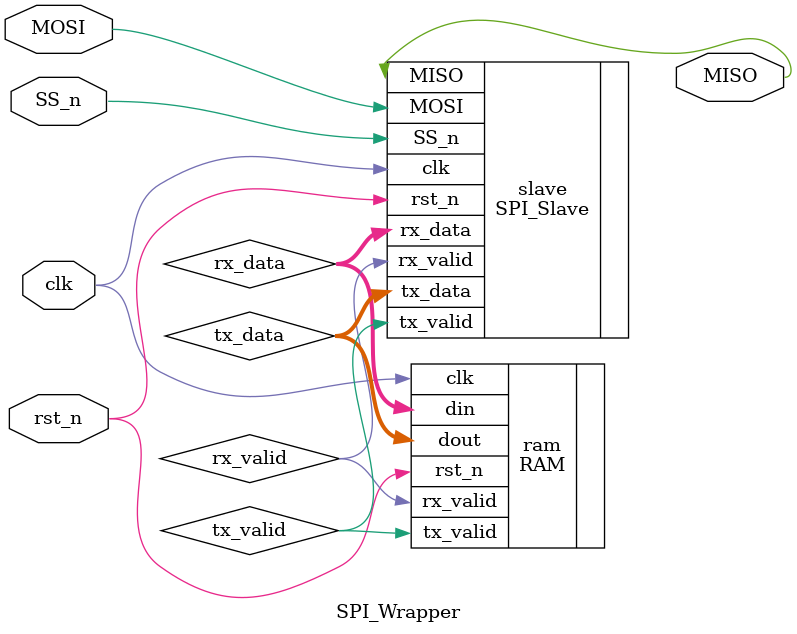
<source format=v>
/*
 * Date        :                       4/3/2024
 *********************************************************************************************************************************************
 * Author      :                       Youssef Khaled
 *********************************************************************************************************************************************
 * File Name   :                       SPI_Wrapper.v
 *********************************************************************************************************************************************
 * Module Name :                       SPI_Wrapper
 *********************************************************************************************************************************************
 * Describtion :                       Top module in which we instantiate both slave and RAM and connecting them properly
 *********************************************************************************************************************************************
*/

module SPI_Wrapper(MOSI,MISO,SS_n,clk,rst_n);

input MOSI;  
input SS_n;  
input clk;   
input rst_n; 

output MISO; 

wire [9:0] rx_data;
wire rx_valid;
wire tx_valid;
wire [7:0] tx_data;


SPI_Slave slave(.MOSI(MOSI), .MISO(MISO), .SS_n(SS_n), .clk(clk), .rst_n(rst_n),.rx_data(rx_data),
                .rx_valid(rx_valid), .tx_valid(tx_valid), .tx_data(tx_data));

RAM #(.ADDR_SIZE(8), .MEM_DEPTH(256)) ram(.din(rx_data), .rx_valid(rx_valid), .clk(clk),
                                          .rst_n(rst_n), .dout(tx_data),.tx_valid(tx_valid));

endmodule 
</source>
